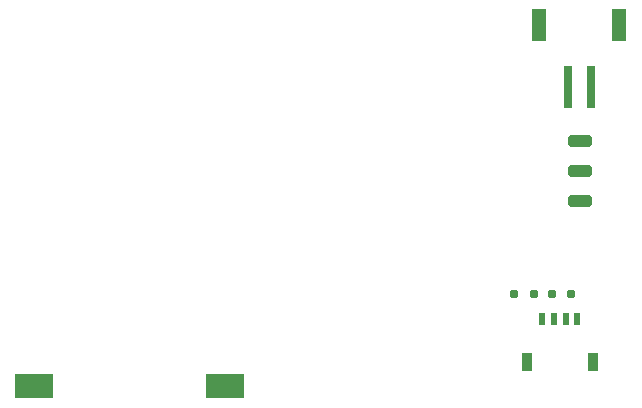
<source format=gbr>
%TF.GenerationSoftware,KiCad,Pcbnew,7.0.5*%
%TF.CreationDate,2023-12-18T11:55:02-06:00*%
%TF.ProjectId,peakick,7065616b-6963-46b2-9e6b-696361645f70,rev?*%
%TF.SameCoordinates,Original*%
%TF.FileFunction,Paste,Bot*%
%TF.FilePolarity,Positive*%
%FSLAX46Y46*%
G04 Gerber Fmt 4.6, Leading zero omitted, Abs format (unit mm)*
G04 Created by KiCad (PCBNEW 7.0.5) date 2023-12-18 11:55:02*
%MOMM*%
%LPD*%
G01*
G04 APERTURE LIST*
G04 Aperture macros list*
%AMRoundRect*
0 Rectangle with rounded corners*
0 $1 Rounding radius*
0 $2 $3 $4 $5 $6 $7 $8 $9 X,Y pos of 4 corners*
0 Add a 4 corners polygon primitive as box body*
4,1,4,$2,$3,$4,$5,$6,$7,$8,$9,$2,$3,0*
0 Add four circle primitives for the rounded corners*
1,1,$1+$1,$2,$3*
1,1,$1+$1,$4,$5*
1,1,$1+$1,$6,$7*
1,1,$1+$1,$8,$9*
0 Add four rect primitives between the rounded corners*
20,1,$1+$1,$2,$3,$4,$5,0*
20,1,$1+$1,$4,$5,$6,$7,0*
20,1,$1+$1,$6,$7,$8,$9,0*
20,1,$1+$1,$8,$9,$2,$3,0*%
G04 Aperture macros list end*
%ADD10RoundRect,0.120000X0.200000X0.260000X-0.200000X0.260000X-0.200000X-0.260000X0.200000X-0.260000X0*%
%ADD11RoundRect,0.180000X-0.820000X0.300000X-0.820000X-0.300000X0.820000X-0.300000X0.820000X0.300000X0*%
%ADD12R,3.200000X2.080000*%
%ADD13R,0.800000X3.680000*%
%ADD14R,1.280000X2.720000*%
%ADD15R,0.480000X1.080000*%
%ADD16R,0.960000X1.600000*%
G04 APERTURE END LIST*
D10*
%TO.C,R4*%
X178545000Y-96680000D03*
X176895000Y-96680000D03*
%TD*%
D11*
%TO.C,SW1*%
X179300000Y-83750000D03*
X179300000Y-86250000D03*
X179300000Y-88750000D03*
%TD*%
D12*
%TO.C,B1*%
X133065000Y-104450000D03*
X149245000Y-104420000D03*
%TD*%
D10*
%TO.C,R5*%
X175355000Y-96660000D03*
X173705000Y-96660000D03*
%TD*%
D13*
%TO.C,X1*%
X180220000Y-79100000D03*
X178220000Y-79100000D03*
D14*
X182620000Y-73900000D03*
X175820000Y-73900000D03*
%TD*%
D15*
%TO.C,J2*%
X179060000Y-98746700D03*
X178060000Y-98746700D03*
X177060000Y-98746700D03*
X176060000Y-98746700D03*
D16*
X174760000Y-102421700D03*
X180360000Y-102421700D03*
%TD*%
M02*

</source>
